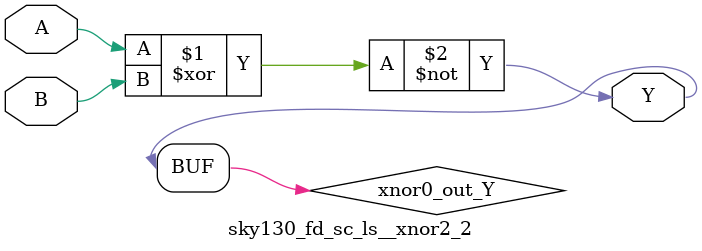
<source format=v>
/*
 * Copyright 2020 The SkyWater PDK Authors
 *
 * Licensed under the Apache License, Version 2.0 (the "License");
 * you may not use this file except in compliance with the License.
 * You may obtain a copy of the License at
 *
 *     https://www.apache.org/licenses/LICENSE-2.0
 *
 * Unless required by applicable law or agreed to in writing, software
 * distributed under the License is distributed on an "AS IS" BASIS,
 * WITHOUT WARRANTIES OR CONDITIONS OF ANY KIND, either express or implied.
 * See the License for the specific language governing permissions and
 * limitations under the License.
 *
 * SPDX-License-Identifier: Apache-2.0
*/


`ifndef SKY130_FD_SC_LS__XNOR2_2_FUNCTIONAL_V
`define SKY130_FD_SC_LS__XNOR2_2_FUNCTIONAL_V

/**
 * xnor2: 2-input exclusive NOR.
 *
 *        Y = !(A ^ B)
 *
 * Verilog simulation functional model.
 */

`timescale 1ns / 1ps
`default_nettype none

`celldefine
module sky130_fd_sc_ls__xnor2_2 (
    Y,
    A,
    B
);

    // Module ports
    output Y;
    input  A;
    input  B;

    // Local signals
    wire xnor0_out_Y;

    //   Name   Output       Other arguments
    xnor xnor0 (xnor0_out_Y, A, B           );
    buf  buf0  (Y          , xnor0_out_Y    );

endmodule
`endcelldefine

`default_nettype wire
`endif  // SKY130_FD_SC_LS__XNOR2_2_FUNCTIONAL_V

</source>
